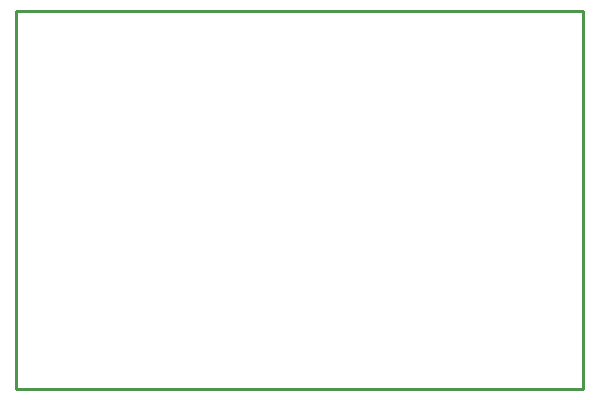
<source format=gbr>
*
G04 Job   : Z:\Rest\ESPto433\V2\PCB\V2.pcb*
G04 User  : DESKTOP-K7BKDL1:life*
G04 Layer : xborder.gbr*
G04 Date  : Mon Oct 04 20:14:53 2021*
%ICAS*%
%MOIN*%
%FSLAX26Y26*%
%OFA0.0000B0.0000*%
G90*
G74*
%ADD10C,0.00984*%
G01*
G54D10*
Y708660D02*
X1889763D01*
Y1968503*
X0*
Y708660*
M02*

</source>
